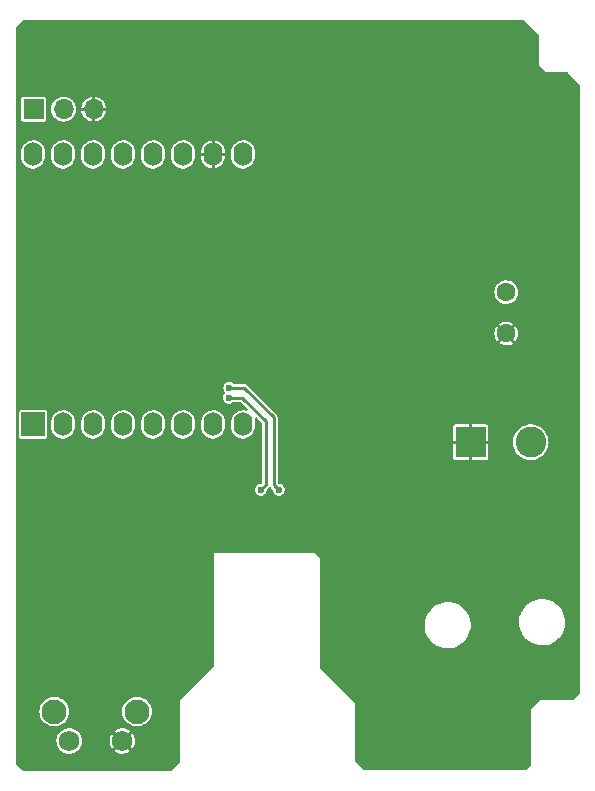
<source format=gbr>
%TF.GenerationSoftware,KiCad,Pcbnew,(6.0.7)*%
%TF.CreationDate,2022-10-17T23:11:19+02:00*%
%TF.ProjectId,Wifi_homesensor,57696669-5f68-46f6-9d65-73656e736f72,rev?*%
%TF.SameCoordinates,Original*%
%TF.FileFunction,Copper,L2,Bot*%
%TF.FilePolarity,Positive*%
%FSLAX46Y46*%
G04 Gerber Fmt 4.6, Leading zero omitted, Abs format (unit mm)*
G04 Created by KiCad (PCBNEW (6.0.7)) date 2022-10-17 23:11:19*
%MOMM*%
%LPD*%
G01*
G04 APERTURE LIST*
%TA.AperFunction,ComponentPad*%
%ADD10R,2.000000X2.000000*%
%TD*%
%TA.AperFunction,ComponentPad*%
%ADD11O,1.600000X2.000000*%
%TD*%
%TA.AperFunction,ComponentPad*%
%ADD12R,2.600000X2.600000*%
%TD*%
%TA.AperFunction,ComponentPad*%
%ADD13C,2.600000*%
%TD*%
%TA.AperFunction,ComponentPad*%
%ADD14C,2.100000*%
%TD*%
%TA.AperFunction,ComponentPad*%
%ADD15C,1.750000*%
%TD*%
%TA.AperFunction,ComponentPad*%
%ADD16R,1.700000X1.700000*%
%TD*%
%TA.AperFunction,ComponentPad*%
%ADD17O,1.700000X1.700000*%
%TD*%
%TA.AperFunction,ComponentPad*%
%ADD18C,1.600000*%
%TD*%
%TA.AperFunction,ViaPad*%
%ADD19C,0.600000*%
%TD*%
%TA.AperFunction,ViaPad*%
%ADD20C,1.000000*%
%TD*%
%TA.AperFunction,Conductor*%
%ADD21C,0.254000*%
%TD*%
G04 APERTURE END LIST*
D10*
%TO.P,U2,1,~{RST}*%
%TO.N,unconnected-(U2-Pad1)*%
X127076200Y-99845000D03*
D11*
%TO.P,U2,2,A0*%
%TO.N,unconnected-(U2-Pad2)*%
X129616200Y-99845000D03*
%TO.P,U2,3,D0*%
%TO.N,/CONFIG*%
X132156200Y-99845000D03*
%TO.P,U2,4,SCK/D5*%
%TO.N,unconnected-(U2-Pad4)*%
X134696200Y-99845000D03*
%TO.P,U2,5,MISO/D6*%
%TO.N,unconnected-(U2-Pad5)*%
X137236200Y-99845000D03*
%TO.P,U2,6,MOSI/D7*%
%TO.N,unconnected-(U2-Pad6)*%
X139776200Y-99845000D03*
%TO.P,U2,7,CS/D8*%
%TO.N,Net-(R5-Pad2)*%
X142316200Y-99845000D03*
%TO.P,U2,8,3V3*%
%TO.N,+3V3*%
X144856200Y-99845000D03*
%TO.P,U2,9,5V*%
%TO.N,unconnected-(U2-Pad9)*%
X144856200Y-76985000D03*
%TO.P,U2,10,GND*%
%TO.N,GND*%
X142316200Y-76985000D03*
%TO.P,U2,11,D4*%
%TO.N,unconnected-(U2-Pad11)*%
X139776200Y-76985000D03*
%TO.P,U2,12,D3*%
%TO.N,unconnected-(U2-Pad12)*%
X137236200Y-76985000D03*
%TO.P,U2,13,SDA/D2*%
%TO.N,/SDA*%
X134696200Y-76985000D03*
%TO.P,U2,14,SCL/D1*%
%TO.N,/SCL*%
X132156200Y-76985000D03*
%TO.P,U2,15,RX*%
%TO.N,/RX*%
X129616200Y-76985000D03*
%TO.P,U2,16,TX*%
%TO.N,/TX*%
X127076200Y-76985000D03*
%TD*%
D12*
%TO.P,J2,1,Pin_1*%
%TO.N,GND*%
X164129800Y-101346000D03*
D13*
%TO.P,J2,2,Pin_2*%
%TO.N,Net-(F1-Pad2)*%
X169209800Y-101346000D03*
%TD*%
D14*
%TO.P,SW1,*%
%TO.N,*%
X135880000Y-124154400D03*
X128870000Y-124154400D03*
D15*
%TO.P,SW1,1,1*%
%TO.N,GND*%
X134630000Y-126644400D03*
%TO.P,SW1,2,2*%
%TO.N,/CONFIG*%
X130130000Y-126644400D03*
%TD*%
D16*
%TO.P,J1,1,Pin_1*%
%TO.N,/TX*%
X127127000Y-73152000D03*
D17*
%TO.P,J1,2,Pin_2*%
%TO.N,/RX*%
X129667000Y-73152000D03*
%TO.P,J1,3,Pin_3*%
%TO.N,GND*%
X132207000Y-73152000D03*
%TD*%
D18*
%TO.P,C8,1*%
%TO.N,+12V*%
X167132000Y-88646000D03*
%TO.P,C8,2*%
%TO.N,GND*%
X167132000Y-92146000D03*
%TD*%
D19*
%TO.N,GND*%
X167513000Y-105029000D03*
X126365000Y-114935000D03*
X132715000Y-95885000D03*
X148844000Y-78232000D03*
X165608000Y-81915000D03*
X138303000Y-114300000D03*
X168529000Y-78613000D03*
X165735000Y-82931000D03*
X168148000Y-127889000D03*
X161290000Y-80010000D03*
X126365000Y-118364000D03*
X159639000Y-128270000D03*
X151130000Y-66167000D03*
X138176000Y-105410000D03*
X160274000Y-81280000D03*
X168148000Y-113284000D03*
X154686000Y-122936000D03*
X163703000Y-80137000D03*
X172593000Y-116586000D03*
X168402000Y-66548000D03*
X141859000Y-120015000D03*
X169037000Y-72644000D03*
X152898553Y-70101333D03*
X148082000Y-106299000D03*
X134620000Y-108458000D03*
X126238000Y-95758000D03*
X143637000Y-86487000D03*
X159766000Y-78994000D03*
X137795000Y-96266000D03*
X164573434Y-87864558D03*
X163703000Y-118999000D03*
X164338000Y-84201000D03*
X138531947Y-69844786D03*
X144780000Y-105181400D03*
X163693100Y-79248000D03*
X126238000Y-68199000D03*
X136144000Y-84582000D03*
X157480000Y-78994000D03*
X172593000Y-82931000D03*
X126619000Y-128524000D03*
X147193000Y-108712000D03*
X169291000Y-79629000D03*
X168275000Y-125222000D03*
X168656000Y-68453000D03*
X130556000Y-82042000D03*
X168529000Y-123063000D03*
X152400000Y-117221000D03*
X158970155Y-97252508D03*
X136398000Y-117856000D03*
X126238000Y-102108000D03*
X143256000Y-104013000D03*
X141605000Y-107061000D03*
X141859000Y-113538000D03*
X153162000Y-104648000D03*
X126365000Y-110998000D03*
X138379200Y-128447800D03*
X166116000Y-77089000D03*
X157861000Y-128270000D03*
X126238000Y-86487000D03*
X126365000Y-107696000D03*
X162941000Y-106807000D03*
X166116000Y-77978000D03*
X172720000Y-79375000D03*
X141859000Y-115443000D03*
X149978787Y-95370920D03*
X158623000Y-81280000D03*
X168275000Y-80899000D03*
X158496000Y-66167000D03*
X155829000Y-80137000D03*
X150495000Y-109855000D03*
X130027714Y-110342054D03*
X165608000Y-66167000D03*
X156591000Y-92837000D03*
X160782000Y-78994000D03*
X136779000Y-72771000D03*
X168529000Y-77089000D03*
X170307000Y-122301000D03*
X162433000Y-66040000D03*
X145161000Y-81915000D03*
X158877000Y-104902000D03*
X165227000Y-128270000D03*
X152400000Y-113538000D03*
X147320000Y-83947000D03*
X172593000Y-119380000D03*
X141097000Y-108712000D03*
X131445000Y-114427000D03*
X172593000Y-102362000D03*
X172593000Y-95377000D03*
X130683000Y-66167000D03*
X146685000Y-66167000D03*
X139748917Y-88737228D03*
X172593000Y-105791000D03*
X142875000Y-66167000D03*
X152654000Y-120523000D03*
X146290854Y-94466767D03*
X159005424Y-87370469D03*
X152527000Y-110744000D03*
X159131000Y-119380000D03*
X144780000Y-109855000D03*
X139065000Y-123190000D03*
X126873000Y-66167000D03*
X126238000Y-79121000D03*
X148964840Y-73350922D03*
X145031126Y-69844786D03*
X135636000Y-66040000D03*
X126365000Y-104648000D03*
X132207000Y-128524000D03*
X126238000Y-90043000D03*
X157226000Y-81407000D03*
X166751000Y-76530200D03*
X172593000Y-113157000D03*
X136017000Y-79756000D03*
X139700000Y-103759000D03*
X167386000Y-78740000D03*
X129286000Y-128524000D03*
X156083000Y-81153000D03*
X126365000Y-121666000D03*
X171323000Y-70739000D03*
X159131000Y-115443000D03*
X162560000Y-128270000D03*
X165481000Y-83820000D03*
X138938000Y-66167000D03*
X166116000Y-115189000D03*
X126238000Y-81915000D03*
X144646306Y-73393680D03*
X141859000Y-110998000D03*
X172593000Y-122174000D03*
X146177000Y-87122000D03*
X162687000Y-124206000D03*
X159258000Y-110236000D03*
X135001000Y-128524000D03*
X126238000Y-70358000D03*
X162179000Y-69342000D03*
X155067000Y-66167000D03*
X132207000Y-104648000D03*
X172593000Y-75057000D03*
X163576000Y-113411000D03*
X167767000Y-76581000D03*
X168529000Y-77851000D03*
X163449000Y-81407000D03*
X163068000Y-83312000D03*
X172720000Y-106807000D03*
X172593000Y-91059000D03*
X140335000Y-121539000D03*
X154686000Y-126746000D03*
X169037000Y-70612000D03*
X172593000Y-87249000D03*
X158623000Y-78994000D03*
X131191000Y-120015000D03*
X167640000Y-119888000D03*
X126365000Y-124333000D03*
X142748000Y-91948000D03*
X172593000Y-99187000D03*
X138557000Y-109728000D03*
X132842000Y-91313000D03*
X141859000Y-117856000D03*
X130556000Y-87249000D03*
X131049340Y-68989631D03*
X165227000Y-98298000D03*
X151499062Y-88529679D03*
D20*
X147878800Y-107492800D03*
D19*
X149352000Y-81661000D03*
X151765000Y-79629000D03*
X126365000Y-126746000D03*
%TO.N,/SCL*%
X146354800Y-105384600D03*
X143662400Y-97586800D03*
%TO.N,/SDA*%
X143699003Y-96737397D03*
X147878800Y-105384600D03*
%TD*%
D21*
%TO.N,/SCL*%
X146812000Y-104927400D02*
X146812000Y-99593400D01*
X146354800Y-105384600D02*
X146812000Y-104927400D01*
X146812000Y-99593400D02*
X144805400Y-97586800D01*
X144805400Y-97586800D02*
X143662400Y-97586800D01*
%TO.N,/SDA*%
X147878800Y-105384600D02*
X147447000Y-104952800D01*
X147447000Y-104952800D02*
X147447000Y-99237800D01*
X144946597Y-96737397D02*
X143699003Y-96737397D01*
X147447000Y-99237800D02*
X144946597Y-96737397D01*
%TD*%
%TA.AperFunction,Conductor*%
%TO.N,GND*%
G36*
X168646531Y-65602802D02*
G01*
X168667505Y-65619705D01*
X169838295Y-66790495D01*
X169872321Y-66852807D01*
X169875200Y-66879590D01*
X169875200Y-69443600D01*
X170459400Y-70027800D01*
X172286810Y-70027800D01*
X172354931Y-70047802D01*
X172375905Y-70064705D01*
X173318095Y-71006895D01*
X173352121Y-71069207D01*
X173355000Y-71095990D01*
X173355000Y-122604410D01*
X173334998Y-122672531D01*
X173318095Y-122693505D01*
X172833105Y-123178495D01*
X172770793Y-123212521D01*
X172744010Y-123215400D01*
X170027600Y-123215400D01*
X169240200Y-124002800D01*
X169240200Y-128598810D01*
X169220198Y-128666931D01*
X169203295Y-128687905D01*
X168819905Y-129071295D01*
X168757593Y-129105321D01*
X168730810Y-129108200D01*
X155093790Y-129108200D01*
X155025669Y-129088198D01*
X155004695Y-129071295D01*
X154392705Y-128459305D01*
X154358679Y-128396993D01*
X154355800Y-128370210D01*
X154355800Y-123469400D01*
X151447193Y-120636016D01*
X151412356Y-120574156D01*
X151409117Y-120546438D01*
X151398982Y-118656233D01*
X151388914Y-116778577D01*
X160224483Y-116778577D01*
X160224658Y-116783029D01*
X160226896Y-116840000D01*
X160232324Y-116978139D01*
X160235327Y-117054583D01*
X160284953Y-117326309D01*
X160372370Y-117588331D01*
X160374363Y-117592319D01*
X160457550Y-117758802D01*
X160495834Y-117835421D01*
X160652882Y-118062651D01*
X160655904Y-118065920D01*
X160798903Y-118220615D01*
X160840380Y-118265485D01*
X160843834Y-118268297D01*
X161051131Y-118437063D01*
X161051135Y-118437066D01*
X161054588Y-118439877D01*
X161058410Y-118442178D01*
X161221761Y-118540523D01*
X161291230Y-118582347D01*
X161389747Y-118624064D01*
X161541482Y-118688316D01*
X161541487Y-118688318D01*
X161545585Y-118690053D01*
X161549882Y-118691192D01*
X161549887Y-118691194D01*
X161679082Y-118725449D01*
X161812579Y-118760845D01*
X162086884Y-118793311D01*
X162363027Y-118786804D01*
X162448587Y-118772563D01*
X162631108Y-118742183D01*
X162631112Y-118742182D01*
X162635498Y-118741452D01*
X162639739Y-118740111D01*
X162639742Y-118740110D01*
X162894615Y-118659504D01*
X162894617Y-118659503D01*
X162898861Y-118658161D01*
X162902872Y-118656235D01*
X162902877Y-118656233D01*
X163143842Y-118540523D01*
X163143843Y-118540522D01*
X163147861Y-118538593D01*
X163156525Y-118532804D01*
X163373821Y-118387612D01*
X163373825Y-118387609D01*
X163377529Y-118385134D01*
X163583283Y-118200845D01*
X163761018Y-117989403D01*
X163907188Y-117755028D01*
X163909070Y-117750773D01*
X164017077Y-117506463D01*
X164018875Y-117502396D01*
X164093853Y-117236547D01*
X164117705Y-117058962D01*
X164130196Y-116965968D01*
X164130197Y-116965961D01*
X164130623Y-116962786D01*
X164134482Y-116840000D01*
X164114973Y-116564470D01*
X164106385Y-116524577D01*
X168225483Y-116524577D01*
X168227896Y-116586000D01*
X168236327Y-116800583D01*
X168285953Y-117072309D01*
X168373370Y-117334331D01*
X168375363Y-117338319D01*
X168459380Y-117506463D01*
X168496834Y-117581421D01*
X168653882Y-117808651D01*
X168656904Y-117811920D01*
X168820968Y-117989403D01*
X168841380Y-118011485D01*
X168844834Y-118014297D01*
X169052131Y-118183063D01*
X169052135Y-118183066D01*
X169055588Y-118185877D01*
X169059410Y-118188178D01*
X169222761Y-118286523D01*
X169292230Y-118328347D01*
X169390747Y-118370064D01*
X169542482Y-118434316D01*
X169542487Y-118434318D01*
X169546585Y-118436053D01*
X169550882Y-118437192D01*
X169550887Y-118437194D01*
X169680082Y-118471449D01*
X169813579Y-118506845D01*
X170087884Y-118539311D01*
X170364027Y-118532804D01*
X170449587Y-118518563D01*
X170632108Y-118488183D01*
X170632112Y-118488182D01*
X170636498Y-118487452D01*
X170640739Y-118486111D01*
X170640742Y-118486110D01*
X170895615Y-118405504D01*
X170895617Y-118405503D01*
X170899861Y-118404161D01*
X170903872Y-118402235D01*
X170903877Y-118402233D01*
X171144842Y-118286523D01*
X171144843Y-118286522D01*
X171148861Y-118284593D01*
X171173250Y-118268297D01*
X171374821Y-118133612D01*
X171374825Y-118133609D01*
X171378529Y-118131134D01*
X171584283Y-117946845D01*
X171762018Y-117735403D01*
X171908188Y-117501028D01*
X171910070Y-117496773D01*
X172018077Y-117252463D01*
X172019875Y-117248396D01*
X172094853Y-116982547D01*
X172118705Y-116804962D01*
X172131196Y-116711968D01*
X172131197Y-116711961D01*
X172131623Y-116708786D01*
X172131724Y-116705575D01*
X172135381Y-116589222D01*
X172135381Y-116589217D01*
X172135482Y-116586000D01*
X172115973Y-116310470D01*
X172113458Y-116298785D01*
X172058773Y-116044785D01*
X172058773Y-116044783D01*
X172057837Y-116040438D01*
X171962233Y-115781291D01*
X171831068Y-115538200D01*
X171666960Y-115316016D01*
X171660622Y-115309577D01*
X171476314Y-115122352D01*
X171473183Y-115119171D01*
X171253604Y-114951594D01*
X171199448Y-114921265D01*
X171016490Y-114818803D01*
X171016487Y-114818802D01*
X171012604Y-114816627D01*
X171008459Y-114815023D01*
X171008456Y-114815022D01*
X170759134Y-114718567D01*
X170754991Y-114716964D01*
X170750666Y-114715961D01*
X170750661Y-114715960D01*
X170602567Y-114681634D01*
X170485905Y-114654593D01*
X170210715Y-114630759D01*
X170206280Y-114631003D01*
X170206276Y-114631003D01*
X169939356Y-114645693D01*
X169939349Y-114645694D01*
X169934913Y-114645938D01*
X169747848Y-114683147D01*
X169668364Y-114698957D01*
X169668362Y-114698958D01*
X169664001Y-114699825D01*
X169403384Y-114791347D01*
X169158263Y-114918678D01*
X169154648Y-114921261D01*
X169154642Y-114921265D01*
X168937150Y-115076687D01*
X168937146Y-115076690D01*
X168933529Y-115079275D01*
X168733665Y-115269936D01*
X168730909Y-115273431D01*
X168730908Y-115273433D01*
X168683733Y-115333275D01*
X168562659Y-115486856D01*
X168516204Y-115566834D01*
X168426161Y-115721853D01*
X168426158Y-115721859D01*
X168423923Y-115725707D01*
X168360398Y-115882542D01*
X168322604Y-115975853D01*
X168320226Y-115981723D01*
X168319155Y-115986036D01*
X168319153Y-115986041D01*
X168256059Y-116240041D01*
X168253636Y-116249796D01*
X168253182Y-116254224D01*
X168253182Y-116254226D01*
X168246963Y-116314922D01*
X168225483Y-116524577D01*
X164106385Y-116524577D01*
X164057773Y-116298785D01*
X164057773Y-116298783D01*
X164056837Y-116294438D01*
X163961233Y-116035291D01*
X163830068Y-115792200D01*
X163665960Y-115570016D01*
X163472183Y-115373171D01*
X163252604Y-115205594D01*
X163198448Y-115175265D01*
X163015490Y-115072803D01*
X163015487Y-115072802D01*
X163011604Y-115070627D01*
X163007459Y-115069023D01*
X163007456Y-115069022D01*
X162758134Y-114972567D01*
X162753991Y-114970964D01*
X162749666Y-114969961D01*
X162749661Y-114969960D01*
X162601567Y-114935634D01*
X162484905Y-114908593D01*
X162209715Y-114884759D01*
X162205280Y-114885003D01*
X162205276Y-114885003D01*
X161938356Y-114899693D01*
X161938349Y-114899694D01*
X161933913Y-114899938D01*
X161746848Y-114937147D01*
X161667364Y-114952957D01*
X161667362Y-114952958D01*
X161663001Y-114953825D01*
X161402384Y-115045347D01*
X161157263Y-115172678D01*
X161153648Y-115175261D01*
X161153642Y-115175265D01*
X160936150Y-115330687D01*
X160936146Y-115330690D01*
X160932529Y-115333275D01*
X160929309Y-115336347D01*
X160775199Y-115483361D01*
X160732665Y-115523936D01*
X160729909Y-115527431D01*
X160729908Y-115527433D01*
X160570343Y-115729841D01*
X160561659Y-115740856D01*
X160496294Y-115853391D01*
X160425161Y-115975853D01*
X160425158Y-115975859D01*
X160422923Y-115979707D01*
X160319226Y-116235723D01*
X160318155Y-116240036D01*
X160318153Y-116240041D01*
X160253709Y-116499475D01*
X160252636Y-116503796D01*
X160252182Y-116508224D01*
X160252182Y-116508226D01*
X160224937Y-116774145D01*
X160224483Y-116778577D01*
X151388914Y-116778577D01*
X151358600Y-111125000D01*
X150926800Y-110693200D01*
X142392400Y-110693200D01*
X142392400Y-120267610D01*
X142372398Y-120335731D01*
X142355495Y-120356705D01*
X139522200Y-123190000D01*
X139522200Y-128370210D01*
X139502198Y-128438331D01*
X139485295Y-128459305D01*
X138822505Y-129122095D01*
X138760193Y-129156121D01*
X138733410Y-129159000D01*
X126266304Y-129159000D01*
X126198183Y-129138998D01*
X126175409Y-129120259D01*
X125724920Y-128651000D01*
X125638105Y-128560567D01*
X125605359Y-128497575D01*
X125603000Y-128473309D01*
X125603000Y-126616126D01*
X129050262Y-126616126D01*
X129063190Y-126813366D01*
X129111845Y-127004947D01*
X129194599Y-127184454D01*
X129308679Y-127345874D01*
X129312813Y-127349901D01*
X129444946Y-127478619D01*
X129450266Y-127483802D01*
X129614617Y-127593617D01*
X129619919Y-127595895D01*
X129619921Y-127595896D01*
X129706250Y-127632986D01*
X129796228Y-127671644D01*
X129867698Y-127687816D01*
X129983381Y-127713993D01*
X129983387Y-127713994D01*
X129989018Y-127715268D01*
X129994789Y-127715495D01*
X129994791Y-127715495D01*
X130055384Y-127717875D01*
X130186528Y-127723028D01*
X130284337Y-127708846D01*
X130376432Y-127695494D01*
X130376437Y-127695493D01*
X130382146Y-127694665D01*
X130387610Y-127692810D01*
X130387615Y-127692809D01*
X130563848Y-127632986D01*
X130563853Y-127632984D01*
X130569320Y-127631128D01*
X130575177Y-127627848D01*
X130736742Y-127537367D01*
X130736746Y-127537364D01*
X130741780Y-127534545D01*
X130746217Y-127530854D01*
X130746221Y-127530852D01*
X130795388Y-127489960D01*
X133969194Y-127489960D01*
X133979077Y-127502450D01*
X134110053Y-127589965D01*
X134120161Y-127595454D01*
X134291077Y-127668885D01*
X134302020Y-127672440D01*
X134483448Y-127713494D01*
X134494855Y-127714996D01*
X134680733Y-127722298D01*
X134692217Y-127721696D01*
X134876315Y-127695004D01*
X134887498Y-127692319D01*
X135063647Y-127632524D01*
X135074150Y-127627848D01*
X135236450Y-127536956D01*
X135245944Y-127530431D01*
X135281413Y-127500931D01*
X135289865Y-127488346D01*
X135283693Y-127477699D01*
X134642811Y-126836816D01*
X134628868Y-126829203D01*
X134627034Y-126829334D01*
X134620420Y-126833585D01*
X133975387Y-127478619D01*
X133969194Y-127489960D01*
X130795388Y-127489960D01*
X130889314Y-127411843D01*
X130893752Y-127408152D01*
X130949469Y-127341159D01*
X131016452Y-127260621D01*
X131016454Y-127260617D01*
X131020145Y-127256180D01*
X131022964Y-127251146D01*
X131022967Y-127251142D01*
X131113905Y-127088761D01*
X131113905Y-127088760D01*
X131116728Y-127083720D01*
X131118584Y-127078253D01*
X131118586Y-127078248D01*
X131178409Y-126902015D01*
X131178410Y-126902010D01*
X131180265Y-126896546D01*
X131181093Y-126890837D01*
X131181094Y-126890832D01*
X131208095Y-126704602D01*
X131208628Y-126700928D01*
X131210108Y-126644400D01*
X131209769Y-126640705D01*
X131208041Y-126621905D01*
X133551143Y-126621905D01*
X133563309Y-126807519D01*
X133565110Y-126818889D01*
X133610898Y-126999180D01*
X133614739Y-127010026D01*
X133692616Y-127178956D01*
X133698367Y-127188917D01*
X133773840Y-127295708D01*
X133784427Y-127304095D01*
X133797727Y-127297067D01*
X134437584Y-126657211D01*
X134443961Y-126645532D01*
X134814803Y-126645532D01*
X134814934Y-126647366D01*
X134819185Y-126653980D01*
X135462139Y-127296933D01*
X135475442Y-127304197D01*
X135485481Y-127297075D01*
X135516031Y-127260344D01*
X135522556Y-127250850D01*
X135613448Y-127088550D01*
X135618124Y-127078047D01*
X135677919Y-126901898D01*
X135680604Y-126890715D01*
X135707592Y-126704576D01*
X135708222Y-126697193D01*
X135709508Y-126648104D01*
X135709265Y-126640705D01*
X135692056Y-126453412D01*
X135689959Y-126442097D01*
X135639466Y-126263063D01*
X135635344Y-126252324D01*
X135553070Y-126085489D01*
X135547060Y-126075681D01*
X135485764Y-125993596D01*
X135474506Y-125985147D01*
X135462088Y-125991918D01*
X134822416Y-126631589D01*
X134814803Y-126645532D01*
X134443961Y-126645532D01*
X134445197Y-126643268D01*
X134445066Y-126641434D01*
X134440815Y-126634820D01*
X133798134Y-125992140D01*
X133785299Y-125985131D01*
X133774607Y-125992929D01*
X133728147Y-126051863D01*
X133721874Y-126061524D01*
X133635267Y-126226136D01*
X133630862Y-126236771D01*
X133575700Y-126414420D01*
X133573308Y-126425674D01*
X133551444Y-126610404D01*
X133551143Y-126621905D01*
X131208041Y-126621905D01*
X131192550Y-126453323D01*
X131192021Y-126447566D01*
X131138368Y-126257324D01*
X131128233Y-126236771D01*
X131053497Y-126085224D01*
X131050943Y-126080045D01*
X130932677Y-125921667D01*
X130801005Y-125799951D01*
X133969088Y-125799951D01*
X133974921Y-125809715D01*
X134617189Y-126451984D01*
X134631132Y-126459597D01*
X134632966Y-126459466D01*
X134639580Y-126455215D01*
X135284641Y-125810153D01*
X135292252Y-125796215D01*
X135292215Y-125795698D01*
X135287641Y-125788880D01*
X135282331Y-125784806D01*
X135125013Y-125685546D01*
X135114769Y-125680326D01*
X134941992Y-125611395D01*
X134930954Y-125608125D01*
X134748516Y-125571836D01*
X134737070Y-125570633D01*
X134551077Y-125568199D01*
X134539597Y-125569102D01*
X134356268Y-125600604D01*
X134345160Y-125603581D01*
X134170637Y-125667965D01*
X134160255Y-125672917D01*
X134000389Y-125768027D01*
X133991080Y-125774791D01*
X133977486Y-125786712D01*
X133969088Y-125799951D01*
X130801005Y-125799951D01*
X130791769Y-125791413D01*
X130791767Y-125791411D01*
X130787528Y-125787493D01*
X130620359Y-125682017D01*
X130614999Y-125679879D01*
X130614996Y-125679877D01*
X130528563Y-125645394D01*
X130436767Y-125608771D01*
X130431107Y-125607645D01*
X130431103Y-125607644D01*
X130248569Y-125571336D01*
X130248567Y-125571336D01*
X130242902Y-125570209D01*
X130237127Y-125570133D01*
X130237123Y-125570133D01*
X130138687Y-125568845D01*
X130045256Y-125567622D01*
X130039559Y-125568601D01*
X130039558Y-125568601D01*
X129886308Y-125594934D01*
X129850447Y-125601096D01*
X129665002Y-125669510D01*
X129660041Y-125672462D01*
X129660040Y-125672462D01*
X129500096Y-125767618D01*
X129500093Y-125767620D01*
X129495128Y-125770574D01*
X129490788Y-125774380D01*
X129490784Y-125774383D01*
X129465890Y-125796215D01*
X129346517Y-125900903D01*
X129342942Y-125905438D01*
X129342941Y-125905439D01*
X129273444Y-125993596D01*
X129224145Y-126056131D01*
X129221454Y-126061247D01*
X129221452Y-126061249D01*
X129214863Y-126073773D01*
X129132110Y-126231061D01*
X129073495Y-126419833D01*
X129050262Y-126616126D01*
X125603000Y-126616126D01*
X125603000Y-124154400D01*
X127614723Y-124154400D01*
X127633793Y-124372377D01*
X127690425Y-124583730D01*
X127692747Y-124588710D01*
X127692748Y-124588712D01*
X127776848Y-124769063D01*
X127782898Y-124782038D01*
X127908402Y-124961277D01*
X128063123Y-125115998D01*
X128067631Y-125119155D01*
X128067634Y-125119157D01*
X128237852Y-125238345D01*
X128242361Y-125241502D01*
X128247343Y-125243825D01*
X128247348Y-125243828D01*
X128435688Y-125331652D01*
X128440670Y-125333975D01*
X128445978Y-125335397D01*
X128445980Y-125335398D01*
X128511745Y-125353020D01*
X128652023Y-125390607D01*
X128870000Y-125409677D01*
X129087977Y-125390607D01*
X129228255Y-125353020D01*
X129294020Y-125335398D01*
X129294022Y-125335397D01*
X129299330Y-125333975D01*
X129304312Y-125331652D01*
X129492652Y-125243828D01*
X129492657Y-125243825D01*
X129497639Y-125241502D01*
X129502148Y-125238345D01*
X129672366Y-125119157D01*
X129672369Y-125119155D01*
X129676877Y-125115998D01*
X129831598Y-124961277D01*
X129957102Y-124782038D01*
X129963153Y-124769063D01*
X130047252Y-124588712D01*
X130047253Y-124588710D01*
X130049575Y-124583730D01*
X130106207Y-124372377D01*
X130125277Y-124154400D01*
X134624723Y-124154400D01*
X134643793Y-124372377D01*
X134700425Y-124583730D01*
X134702747Y-124588710D01*
X134702748Y-124588712D01*
X134786848Y-124769063D01*
X134792898Y-124782038D01*
X134918402Y-124961277D01*
X135073123Y-125115998D01*
X135077631Y-125119155D01*
X135077634Y-125119157D01*
X135247852Y-125238345D01*
X135252361Y-125241502D01*
X135257343Y-125243825D01*
X135257348Y-125243828D01*
X135445688Y-125331652D01*
X135450670Y-125333975D01*
X135455978Y-125335397D01*
X135455980Y-125335398D01*
X135521745Y-125353020D01*
X135662023Y-125390607D01*
X135880000Y-125409677D01*
X136097977Y-125390607D01*
X136238255Y-125353020D01*
X136304020Y-125335398D01*
X136304022Y-125335397D01*
X136309330Y-125333975D01*
X136314312Y-125331652D01*
X136502652Y-125243828D01*
X136502657Y-125243825D01*
X136507639Y-125241502D01*
X136512148Y-125238345D01*
X136682366Y-125119157D01*
X136682369Y-125119155D01*
X136686877Y-125115998D01*
X136841598Y-124961277D01*
X136967102Y-124782038D01*
X136973153Y-124769063D01*
X137057252Y-124588712D01*
X137057253Y-124588710D01*
X137059575Y-124583730D01*
X137116207Y-124372377D01*
X137135277Y-124154400D01*
X137116207Y-123936423D01*
X137059575Y-123725070D01*
X137055650Y-123716653D01*
X136969425Y-123531743D01*
X136969423Y-123531740D01*
X136967102Y-123526762D01*
X136841598Y-123347523D01*
X136686877Y-123192802D01*
X136682369Y-123189645D01*
X136682366Y-123189643D01*
X136512148Y-123070455D01*
X136512145Y-123070453D01*
X136507639Y-123067298D01*
X136502657Y-123064975D01*
X136502652Y-123064972D01*
X136314312Y-122977148D01*
X136314311Y-122977147D01*
X136309330Y-122974825D01*
X136304022Y-122973403D01*
X136304020Y-122973402D01*
X136238255Y-122955780D01*
X136097977Y-122918193D01*
X135880000Y-122899123D01*
X135662023Y-122918193D01*
X135521745Y-122955780D01*
X135455980Y-122973402D01*
X135455978Y-122973403D01*
X135450670Y-122974825D01*
X135445690Y-122977147D01*
X135445688Y-122977148D01*
X135257343Y-123064975D01*
X135257340Y-123064977D01*
X135252362Y-123067298D01*
X135073123Y-123192802D01*
X134918402Y-123347523D01*
X134792898Y-123526762D01*
X134790577Y-123531740D01*
X134790575Y-123531743D01*
X134704350Y-123716653D01*
X134700425Y-123725070D01*
X134643793Y-123936423D01*
X134624723Y-124154400D01*
X130125277Y-124154400D01*
X130106207Y-123936423D01*
X130049575Y-123725070D01*
X130045650Y-123716653D01*
X129959425Y-123531743D01*
X129959423Y-123531740D01*
X129957102Y-123526762D01*
X129831598Y-123347523D01*
X129676877Y-123192802D01*
X129672369Y-123189645D01*
X129672366Y-123189643D01*
X129502148Y-123070455D01*
X129502145Y-123070453D01*
X129497639Y-123067298D01*
X129492657Y-123064975D01*
X129492652Y-123064972D01*
X129304312Y-122977148D01*
X129304311Y-122977147D01*
X129299330Y-122974825D01*
X129294022Y-122973403D01*
X129294020Y-122973402D01*
X129228255Y-122955780D01*
X129087977Y-122918193D01*
X128870000Y-122899123D01*
X128652023Y-122918193D01*
X128511745Y-122955780D01*
X128445980Y-122973402D01*
X128445978Y-122973403D01*
X128440670Y-122974825D01*
X128435690Y-122977147D01*
X128435688Y-122977148D01*
X128247343Y-123064975D01*
X128247340Y-123064977D01*
X128242362Y-123067298D01*
X128063123Y-123192802D01*
X127908402Y-123347523D01*
X127782898Y-123526762D01*
X127780577Y-123531740D01*
X127780575Y-123531743D01*
X127694350Y-123716653D01*
X127690425Y-123725070D01*
X127633793Y-123936423D01*
X127614723Y-124154400D01*
X125603000Y-124154400D01*
X125603000Y-100864748D01*
X125875700Y-100864748D01*
X125887333Y-100923231D01*
X125931648Y-100989552D01*
X125997969Y-101033867D01*
X126010138Y-101036288D01*
X126010139Y-101036288D01*
X126050384Y-101044293D01*
X126056452Y-101045500D01*
X128095948Y-101045500D01*
X128102016Y-101044293D01*
X128142261Y-101036288D01*
X128142262Y-101036288D01*
X128154431Y-101033867D01*
X128220752Y-100989552D01*
X128265067Y-100923231D01*
X128276700Y-100864748D01*
X128276700Y-100095800D01*
X128615700Y-100095800D01*
X128616023Y-100098979D01*
X128628704Y-100223821D01*
X128631080Y-100247216D01*
X128691862Y-100441172D01*
X128790403Y-100618944D01*
X128922677Y-100773271D01*
X129083281Y-100897848D01*
X129265655Y-100987587D01*
X129271833Y-100989196D01*
X129271835Y-100989197D01*
X129456166Y-101037212D01*
X129456169Y-101037212D01*
X129462348Y-101038822D01*
X129543528Y-101043076D01*
X129658944Y-101049125D01*
X129658948Y-101049125D01*
X129665326Y-101049459D01*
X129866297Y-101019065D01*
X130057052Y-100948881D01*
X130062473Y-100945520D01*
X130224376Y-100845137D01*
X130224380Y-100845134D01*
X130229799Y-100841774D01*
X130377480Y-100702119D01*
X130494063Y-100535621D01*
X130574786Y-100349081D01*
X130616351Y-100150120D01*
X130616700Y-100143461D01*
X130616700Y-100095800D01*
X131155700Y-100095800D01*
X131156023Y-100098979D01*
X131168704Y-100223821D01*
X131171080Y-100247216D01*
X131231862Y-100441172D01*
X131330403Y-100618944D01*
X131462677Y-100773271D01*
X131623281Y-100897848D01*
X131805655Y-100987587D01*
X131811833Y-100989196D01*
X131811835Y-100989197D01*
X131996166Y-101037212D01*
X131996169Y-101037212D01*
X132002348Y-101038822D01*
X132083528Y-101043076D01*
X132198944Y-101049125D01*
X132198948Y-101049125D01*
X132205326Y-101049459D01*
X132406297Y-101019065D01*
X132597052Y-100948881D01*
X132602473Y-100945520D01*
X132764376Y-100845137D01*
X132764380Y-100845134D01*
X132769799Y-100841774D01*
X132917480Y-100702119D01*
X133034063Y-100535621D01*
X133114786Y-100349081D01*
X133156351Y-100150120D01*
X133156700Y-100143461D01*
X133156700Y-100095800D01*
X133695700Y-100095800D01*
X133696023Y-100098979D01*
X133708704Y-100223821D01*
X133711080Y-100247216D01*
X133771862Y-100441172D01*
X133870403Y-100618944D01*
X134002677Y-100773271D01*
X134163281Y-100897848D01*
X134345655Y-100987587D01*
X134351833Y-100989196D01*
X134351835Y-100989197D01*
X134536166Y-101037212D01*
X134536169Y-101037212D01*
X134542348Y-101038822D01*
X134623528Y-101043076D01*
X134738944Y-101049125D01*
X134738948Y-101049125D01*
X134745326Y-101049459D01*
X134946297Y-101019065D01*
X135137052Y-100948881D01*
X135142473Y-100945520D01*
X135304376Y-100845137D01*
X135304380Y-100845134D01*
X135309799Y-100841774D01*
X135457480Y-100702119D01*
X135574063Y-100535621D01*
X135654786Y-100349081D01*
X135696351Y-100150120D01*
X135696700Y-100143461D01*
X135696700Y-100095800D01*
X136235700Y-100095800D01*
X136236023Y-100098979D01*
X136248704Y-100223821D01*
X136251080Y-100247216D01*
X136311862Y-100441172D01*
X136410403Y-100618944D01*
X136542677Y-100773271D01*
X136703281Y-100897848D01*
X136885655Y-100987587D01*
X136891833Y-100989196D01*
X136891835Y-100989197D01*
X137076166Y-101037212D01*
X137076169Y-101037212D01*
X137082348Y-101038822D01*
X137163528Y-101043076D01*
X137278944Y-101049125D01*
X137278948Y-101049125D01*
X137285326Y-101049459D01*
X137486297Y-101019065D01*
X137677052Y-100948881D01*
X137682473Y-100945520D01*
X137844376Y-100845137D01*
X137844380Y-100845134D01*
X137849799Y-100841774D01*
X137997480Y-100702119D01*
X138114063Y-100535621D01*
X138194786Y-100349081D01*
X138236351Y-100150120D01*
X138236700Y-100143461D01*
X138236700Y-100095800D01*
X138775700Y-100095800D01*
X138776023Y-100098979D01*
X138788704Y-100223821D01*
X138791080Y-100247216D01*
X138851862Y-100441172D01*
X138950403Y-100618944D01*
X139082677Y-100773271D01*
X139243281Y-100897848D01*
X139425655Y-100987587D01*
X139431833Y-100989196D01*
X139431835Y-100989197D01*
X139616166Y-101037212D01*
X139616169Y-101037212D01*
X139622348Y-101038822D01*
X139703528Y-101043076D01*
X139818944Y-101049125D01*
X139818948Y-101049125D01*
X139825326Y-101049459D01*
X140026297Y-101019065D01*
X140217052Y-100948881D01*
X140222473Y-100945520D01*
X140384376Y-100845137D01*
X140384380Y-100845134D01*
X140389799Y-100841774D01*
X140537480Y-100702119D01*
X140654063Y-100535621D01*
X140734786Y-100349081D01*
X140776351Y-100150120D01*
X140776700Y-100143461D01*
X140776700Y-100095800D01*
X141315700Y-100095800D01*
X141316023Y-100098979D01*
X141328704Y-100223821D01*
X141331080Y-100247216D01*
X141391862Y-100441172D01*
X141490403Y-100618944D01*
X141622677Y-100773271D01*
X141783281Y-100897848D01*
X141965655Y-100987587D01*
X141971833Y-100989196D01*
X141971835Y-100989197D01*
X142156166Y-101037212D01*
X142156169Y-101037212D01*
X142162348Y-101038822D01*
X142243528Y-101043076D01*
X142358944Y-101049125D01*
X142358948Y-101049125D01*
X142365326Y-101049459D01*
X142566297Y-101019065D01*
X142757052Y-100948881D01*
X142762473Y-100945520D01*
X142924376Y-100845137D01*
X142924380Y-100845134D01*
X142929799Y-100841774D01*
X143077480Y-100702119D01*
X143194063Y-100535621D01*
X143274786Y-100349081D01*
X143316351Y-100150120D01*
X143316700Y-100143461D01*
X143316700Y-99594200D01*
X143301320Y-99442784D01*
X143240538Y-99248828D01*
X143141997Y-99071056D01*
X143009723Y-98916729D01*
X142849119Y-98792152D01*
X142666745Y-98702413D01*
X142660567Y-98700804D01*
X142660565Y-98700803D01*
X142476234Y-98652788D01*
X142476231Y-98652788D01*
X142470052Y-98651178D01*
X142388872Y-98646924D01*
X142273456Y-98640875D01*
X142273452Y-98640875D01*
X142267074Y-98640541D01*
X142066103Y-98670935D01*
X142060108Y-98673141D01*
X142060107Y-98673141D01*
X142032881Y-98683158D01*
X141875348Y-98741119D01*
X141869928Y-98744479D01*
X141869927Y-98744480D01*
X141708024Y-98844863D01*
X141708020Y-98844866D01*
X141702601Y-98848226D01*
X141554920Y-98987881D01*
X141438337Y-99154379D01*
X141357614Y-99340919D01*
X141356308Y-99347171D01*
X141331277Y-99466989D01*
X141316049Y-99539880D01*
X141315700Y-99546539D01*
X141315700Y-100095800D01*
X140776700Y-100095800D01*
X140776700Y-99594200D01*
X140761320Y-99442784D01*
X140700538Y-99248828D01*
X140601997Y-99071056D01*
X140469723Y-98916729D01*
X140309119Y-98792152D01*
X140126745Y-98702413D01*
X140120567Y-98700804D01*
X140120565Y-98700803D01*
X139936234Y-98652788D01*
X139936231Y-98652788D01*
X139930052Y-98651178D01*
X139848872Y-98646924D01*
X139733456Y-98640875D01*
X139733452Y-98640875D01*
X139727074Y-98640541D01*
X139526103Y-98670935D01*
X139520108Y-98673141D01*
X139520107Y-98673141D01*
X139492881Y-98683158D01*
X139335348Y-98741119D01*
X139329928Y-98744479D01*
X139329927Y-98744480D01*
X139168024Y-98844863D01*
X139168020Y-98844866D01*
X139162601Y-98848226D01*
X139014920Y-98987881D01*
X138898337Y-99154379D01*
X138817614Y-99340919D01*
X138816308Y-99347171D01*
X138791277Y-99466989D01*
X138776049Y-99539880D01*
X138775700Y-99546539D01*
X138775700Y-100095800D01*
X138236700Y-100095800D01*
X138236700Y-99594200D01*
X138221320Y-99442784D01*
X138160538Y-99248828D01*
X138061997Y-99071056D01*
X137929723Y-98916729D01*
X137769119Y-98792152D01*
X137586745Y-98702413D01*
X137580567Y-98700804D01*
X137580565Y-98700803D01*
X137396234Y-98652788D01*
X137396231Y-98652788D01*
X137390052Y-98651178D01*
X137308872Y-98646924D01*
X137193456Y-98640875D01*
X137193452Y-98640875D01*
X137187074Y-98640541D01*
X136986103Y-98670935D01*
X136980108Y-98673141D01*
X136980107Y-98673141D01*
X136952881Y-98683158D01*
X136795348Y-98741119D01*
X136789928Y-98744479D01*
X136789927Y-98744480D01*
X136628024Y-98844863D01*
X136628020Y-98844866D01*
X136622601Y-98848226D01*
X136474920Y-98987881D01*
X136358337Y-99154379D01*
X136277614Y-99340919D01*
X136276308Y-99347171D01*
X136251277Y-99466989D01*
X136236049Y-99539880D01*
X136235700Y-99546539D01*
X136235700Y-100095800D01*
X135696700Y-100095800D01*
X135696700Y-99594200D01*
X135681320Y-99442784D01*
X135620538Y-99248828D01*
X135521997Y-99071056D01*
X135389723Y-98916729D01*
X135229119Y-98792152D01*
X135046745Y-98702413D01*
X135040567Y-98700804D01*
X135040565Y-98700803D01*
X134856234Y-98652788D01*
X134856231Y-98652788D01*
X134850052Y-98651178D01*
X134768872Y-98646924D01*
X134653456Y-98640875D01*
X134653452Y-98640875D01*
X134647074Y-98640541D01*
X134446103Y-98670935D01*
X134440108Y-98673141D01*
X134440107Y-98673141D01*
X134412881Y-98683158D01*
X134255348Y-98741119D01*
X134249928Y-98744479D01*
X134249927Y-98744480D01*
X134088024Y-98844863D01*
X134088020Y-98844866D01*
X134082601Y-98848226D01*
X133934920Y-98987881D01*
X133818337Y-99154379D01*
X133737614Y-99340919D01*
X133736308Y-99347171D01*
X133711277Y-99466989D01*
X133696049Y-99539880D01*
X133695700Y-99546539D01*
X133695700Y-100095800D01*
X133156700Y-100095800D01*
X133156700Y-99594200D01*
X133141320Y-99442784D01*
X133080538Y-99248828D01*
X132981997Y-99071056D01*
X132849723Y-98916729D01*
X132689119Y-98792152D01*
X132506745Y-98702413D01*
X132500567Y-98700804D01*
X132500565Y-98700803D01*
X132316234Y-98652788D01*
X132316231Y-98652788D01*
X132310052Y-98651178D01*
X132228872Y-98646924D01*
X132113456Y-98640875D01*
X132113452Y-98640875D01*
X132107074Y-98640541D01*
X131906103Y-98670935D01*
X131900108Y-98673141D01*
X131900107Y-98673141D01*
X131872881Y-98683158D01*
X131715348Y-98741119D01*
X131709928Y-98744479D01*
X131709927Y-98744480D01*
X131548024Y-98844863D01*
X131548020Y-98844866D01*
X131542601Y-98848226D01*
X131394920Y-98987881D01*
X131278337Y-99154379D01*
X131197614Y-99340919D01*
X131196308Y-99347171D01*
X131171277Y-99466989D01*
X131156049Y-99539880D01*
X131155700Y-99546539D01*
X131155700Y-100095800D01*
X130616700Y-100095800D01*
X130616700Y-99594200D01*
X130601320Y-99442784D01*
X130540538Y-99248828D01*
X130441997Y-99071056D01*
X130309723Y-98916729D01*
X130149119Y-98792152D01*
X129966745Y-98702413D01*
X129960567Y-98700804D01*
X129960565Y-98700803D01*
X129776234Y-98652788D01*
X129776231Y-98652788D01*
X129770052Y-98651178D01*
X129688872Y-98646924D01*
X129573456Y-98640875D01*
X129573452Y-98640875D01*
X129567074Y-98640541D01*
X129366103Y-98670935D01*
X129360108Y-98673141D01*
X129360107Y-98673141D01*
X129332881Y-98683158D01*
X129175348Y-98741119D01*
X129169928Y-98744479D01*
X129169927Y-98744480D01*
X129008024Y-98844863D01*
X129008020Y-98844866D01*
X129002601Y-98848226D01*
X128854920Y-98987881D01*
X128738337Y-99154379D01*
X128657614Y-99340919D01*
X128656308Y-99347171D01*
X128631277Y-99466989D01*
X128616049Y-99539880D01*
X128615700Y-99546539D01*
X128615700Y-100095800D01*
X128276700Y-100095800D01*
X128276700Y-98825252D01*
X128265067Y-98766769D01*
X128220752Y-98700448D01*
X128154431Y-98656133D01*
X128142262Y-98653712D01*
X128142261Y-98653712D01*
X128102016Y-98645707D01*
X128095948Y-98644500D01*
X126056452Y-98644500D01*
X126050384Y-98645707D01*
X126010139Y-98653712D01*
X126010138Y-98653712D01*
X125997969Y-98656133D01*
X125931648Y-98700448D01*
X125887333Y-98766769D01*
X125875700Y-98825252D01*
X125875700Y-100864748D01*
X125603000Y-100864748D01*
X125603000Y-97580623D01*
X143156791Y-97580623D01*
X143175380Y-97722779D01*
X143233120Y-97854003D01*
X143238897Y-97860876D01*
X143238898Y-97860877D01*
X143318644Y-97955746D01*
X143325370Y-97963748D01*
X143444713Y-98043190D01*
X143581557Y-98085942D01*
X143590529Y-98086106D01*
X143590532Y-98086107D01*
X143655863Y-98087304D01*
X143724899Y-98088570D01*
X143733933Y-98086107D01*
X143854558Y-98053221D01*
X143854560Y-98053220D01*
X143863217Y-98050860D01*
X143985391Y-97975845D01*
X144003584Y-97955745D01*
X144064126Y-97918664D01*
X144097000Y-97914300D01*
X144617556Y-97914300D01*
X144685677Y-97934302D01*
X144706647Y-97951201D01*
X145218384Y-98462938D01*
X145252409Y-98525250D01*
X145247344Y-98596066D01*
X145204797Y-98652901D01*
X145138277Y-98677712D01*
X145097529Y-98673964D01*
X145010052Y-98651178D01*
X144928872Y-98646924D01*
X144813456Y-98640875D01*
X144813452Y-98640875D01*
X144807074Y-98640541D01*
X144606103Y-98670935D01*
X144600108Y-98673141D01*
X144600107Y-98673141D01*
X144572881Y-98683158D01*
X144415348Y-98741119D01*
X144409928Y-98744479D01*
X144409927Y-98744480D01*
X144248024Y-98844863D01*
X144248020Y-98844866D01*
X144242601Y-98848226D01*
X144094920Y-98987881D01*
X143978337Y-99154379D01*
X143897614Y-99340919D01*
X143896308Y-99347171D01*
X143871277Y-99466989D01*
X143856049Y-99539880D01*
X143855700Y-99546539D01*
X143855700Y-100095800D01*
X143856023Y-100098979D01*
X143868704Y-100223821D01*
X143871080Y-100247216D01*
X143931862Y-100441172D01*
X144030403Y-100618944D01*
X144162677Y-100773271D01*
X144323281Y-100897848D01*
X144505655Y-100987587D01*
X144511833Y-100989196D01*
X144511835Y-100989197D01*
X144696166Y-101037212D01*
X144696169Y-101037212D01*
X144702348Y-101038822D01*
X144783528Y-101043076D01*
X144898944Y-101049125D01*
X144898948Y-101049125D01*
X144905326Y-101049459D01*
X145106297Y-101019065D01*
X145297052Y-100948881D01*
X145302473Y-100945520D01*
X145464376Y-100845137D01*
X145464380Y-100845134D01*
X145469799Y-100841774D01*
X145617480Y-100702119D01*
X145734063Y-100535621D01*
X145814786Y-100349081D01*
X145856351Y-100150120D01*
X145856700Y-100143461D01*
X145856700Y-99594200D01*
X145841320Y-99442784D01*
X145831824Y-99412482D01*
X145830540Y-99341497D01*
X145867837Y-99281086D01*
X145931874Y-99250430D01*
X146002319Y-99259262D01*
X146041153Y-99285708D01*
X146447595Y-99692150D01*
X146481621Y-99754462D01*
X146484500Y-99781245D01*
X146484500Y-104739555D01*
X146464498Y-104807676D01*
X146447595Y-104828650D01*
X146429192Y-104847053D01*
X146366880Y-104881079D01*
X146339331Y-104883956D01*
X146286176Y-104883631D01*
X146148329Y-104923028D01*
X146027080Y-104999530D01*
X145932177Y-105106988D01*
X145871247Y-105236763D01*
X145869866Y-105245635D01*
X145850703Y-105368714D01*
X145849191Y-105378423D01*
X145850355Y-105387325D01*
X145850355Y-105387328D01*
X145851614Y-105396954D01*
X145867780Y-105520579D01*
X145925520Y-105651803D01*
X145931297Y-105658676D01*
X145931298Y-105658677D01*
X145938592Y-105667354D01*
X146017770Y-105761548D01*
X146137113Y-105840990D01*
X146273957Y-105883742D01*
X146282929Y-105883906D01*
X146282932Y-105883907D01*
X146348263Y-105885104D01*
X146417299Y-105886370D01*
X146426333Y-105883907D01*
X146546958Y-105851021D01*
X146546960Y-105851020D01*
X146555617Y-105848660D01*
X146677791Y-105773645D01*
X146774000Y-105667354D01*
X146836510Y-105538333D01*
X146860296Y-105396954D01*
X146860355Y-105392092D01*
X146860791Y-105387237D01*
X146862040Y-105387349D01*
X146881181Y-105324995D01*
X146897242Y-105305313D01*
X147025646Y-105176909D01*
X147087958Y-105142883D01*
X147158773Y-105147948D01*
X147195731Y-105169481D01*
X147221321Y-105190953D01*
X147229427Y-105198381D01*
X147337447Y-105306402D01*
X147371472Y-105368714D01*
X147373287Y-105379159D01*
X147375614Y-105396954D01*
X147391780Y-105520579D01*
X147449520Y-105651803D01*
X147455297Y-105658676D01*
X147455298Y-105658677D01*
X147462592Y-105667354D01*
X147541770Y-105761548D01*
X147661113Y-105840990D01*
X147797957Y-105883742D01*
X147806929Y-105883906D01*
X147806932Y-105883907D01*
X147872263Y-105885104D01*
X147941299Y-105886370D01*
X147950333Y-105883907D01*
X148070958Y-105851021D01*
X148070960Y-105851020D01*
X148079617Y-105848660D01*
X148201791Y-105773645D01*
X148298000Y-105667354D01*
X148360510Y-105538333D01*
X148384296Y-105396954D01*
X148384447Y-105384600D01*
X148364123Y-105242682D01*
X148304784Y-105112172D01*
X148243578Y-105041139D01*
X148217060Y-105010363D01*
X148217057Y-105010360D01*
X148211200Y-105003563D01*
X148090895Y-104925585D01*
X147953539Y-104884507D01*
X147944563Y-104884452D01*
X147944562Y-104884452D01*
X147899730Y-104884178D01*
X147831732Y-104863759D01*
X147785568Y-104809821D01*
X147774500Y-104758180D01*
X147774500Y-102659511D01*
X162629800Y-102659511D01*
X162631007Y-102671766D01*
X162638983Y-102711864D01*
X162648299Y-102734355D01*
X162678715Y-102779876D01*
X162695924Y-102797085D01*
X162741445Y-102827501D01*
X162763936Y-102836817D01*
X162804034Y-102844793D01*
X162816289Y-102846000D01*
X163984685Y-102846000D01*
X163999924Y-102841525D01*
X164001129Y-102840135D01*
X164002800Y-102832452D01*
X164002800Y-102827885D01*
X164256800Y-102827885D01*
X164261275Y-102843124D01*
X164262665Y-102844329D01*
X164270348Y-102846000D01*
X165443311Y-102846000D01*
X165455566Y-102844793D01*
X165495664Y-102836817D01*
X165518155Y-102827501D01*
X165563676Y-102797085D01*
X165580885Y-102779876D01*
X165611301Y-102734355D01*
X165620617Y-102711864D01*
X165628593Y-102671766D01*
X165629800Y-102659511D01*
X165629800Y-101491115D01*
X165625325Y-101475876D01*
X165623935Y-101474671D01*
X165616252Y-101473000D01*
X164274915Y-101473000D01*
X164259676Y-101477475D01*
X164258471Y-101478865D01*
X164256800Y-101486548D01*
X164256800Y-102827885D01*
X164002800Y-102827885D01*
X164002800Y-101491115D01*
X163998325Y-101475876D01*
X163996935Y-101474671D01*
X163989252Y-101473000D01*
X162647915Y-101473000D01*
X162632676Y-101477475D01*
X162631471Y-101478865D01*
X162629800Y-101486548D01*
X162629800Y-102659511D01*
X147774500Y-102659511D01*
X147774500Y-101309214D01*
X167704606Y-101309214D01*
X167718810Y-101555545D01*
X167719947Y-101560591D01*
X167719948Y-101560597D01*
X167742136Y-101659051D01*
X167773055Y-101796249D01*
X167865884Y-102024861D01*
X167994806Y-102235241D01*
X168156357Y-102421741D01*
X168346199Y-102579351D01*
X168559233Y-102703838D01*
X168564053Y-102705678D01*
X168564058Y-102705681D01*
X168678347Y-102749323D01*
X168789739Y-102791859D01*
X168794807Y-102792890D01*
X168794810Y-102792891D01*
X168914387Y-102817219D01*
X169031526Y-102841052D01*
X169036699Y-102841242D01*
X169036702Y-102841242D01*
X169272936Y-102849904D01*
X169272940Y-102849904D01*
X169278100Y-102850093D01*
X169283220Y-102849437D01*
X169283222Y-102849437D01*
X169359503Y-102839665D01*
X169522841Y-102818741D01*
X169527790Y-102817256D01*
X169527796Y-102817255D01*
X169754224Y-102749323D01*
X169754223Y-102749323D01*
X169759174Y-102747838D01*
X169863066Y-102696942D01*
X169976103Y-102641566D01*
X169976108Y-102641563D01*
X169980754Y-102639287D01*
X169984964Y-102636284D01*
X169984969Y-102636281D01*
X170177417Y-102499009D01*
X170177422Y-102499005D01*
X170181629Y-102496004D01*
X170356405Y-102321837D01*
X170500388Y-102121463D01*
X170609711Y-101900264D01*
X170642845Y-101791207D01*
X170679935Y-101669132D01*
X170679936Y-101669126D01*
X170681439Y-101664180D01*
X170696422Y-101550376D01*
X170713208Y-101422872D01*
X170713209Y-101422866D01*
X170713645Y-101419550D01*
X170715443Y-101346000D01*
X170707460Y-101248906D01*
X170695649Y-101105240D01*
X170695648Y-101105234D01*
X170695225Y-101100089D01*
X170635116Y-100860783D01*
X170536728Y-100634507D01*
X170402705Y-100427339D01*
X170376435Y-100398468D01*
X170325807Y-100342829D01*
X170236646Y-100244842D01*
X170232595Y-100241643D01*
X170232591Y-100241639D01*
X170047064Y-100095119D01*
X170047059Y-100095116D01*
X170043010Y-100091918D01*
X170038494Y-100089425D01*
X170038491Y-100089423D01*
X169831522Y-99975170D01*
X169831518Y-99975168D01*
X169826998Y-99972673D01*
X169822129Y-99970949D01*
X169822125Y-99970947D01*
X169599285Y-99892035D01*
X169599281Y-99892034D01*
X169594410Y-99890309D01*
X169589317Y-99889402D01*
X169589314Y-99889401D01*
X169356583Y-99847945D01*
X169356577Y-99847944D01*
X169351494Y-99847039D01*
X169266443Y-99846000D01*
X169109942Y-99844088D01*
X169109940Y-99844088D01*
X169104772Y-99844025D01*
X168860870Y-99881347D01*
X168626340Y-99958003D01*
X168621748Y-99960393D01*
X168621749Y-99960393D01*
X168506796Y-100020234D01*
X168407479Y-100071935D01*
X168403346Y-100075038D01*
X168403343Y-100075040D01*
X168309780Y-100145289D01*
X168210164Y-100220083D01*
X168039696Y-100398468D01*
X168036782Y-100402740D01*
X168036781Y-100402741D01*
X168017038Y-100431683D01*
X167900651Y-100602300D01*
X167885701Y-100634507D01*
X167819475Y-100777180D01*
X167796765Y-100826104D01*
X167730826Y-101063871D01*
X167704606Y-101309214D01*
X147774500Y-101309214D01*
X147774500Y-101200885D01*
X162629800Y-101200885D01*
X162634275Y-101216124D01*
X162635665Y-101217329D01*
X162643348Y-101219000D01*
X163984685Y-101219000D01*
X163999924Y-101214525D01*
X164001129Y-101213135D01*
X164002800Y-101205452D01*
X164002800Y-101200885D01*
X164256800Y-101200885D01*
X164261275Y-101216124D01*
X164262665Y-101217329D01*
X164270348Y-101219000D01*
X165611685Y-101219000D01*
X165626924Y-101214525D01*
X165628129Y-101213135D01*
X165629800Y-101205452D01*
X165629800Y-100032489D01*
X165628593Y-100020234D01*
X165620617Y-99980136D01*
X165611301Y-99957645D01*
X165580885Y-99912124D01*
X165563676Y-99894915D01*
X165518155Y-99864499D01*
X165495664Y-99855183D01*
X165455566Y-99847207D01*
X165443311Y-99846000D01*
X164274915Y-99846000D01*
X164259676Y-99850475D01*
X164258471Y-99851865D01*
X164256800Y-99859548D01*
X164256800Y-101200885D01*
X164002800Y-101200885D01*
X164002800Y-99864115D01*
X163998325Y-99848876D01*
X163996935Y-99847671D01*
X163989252Y-99846000D01*
X162816289Y-99846000D01*
X162804034Y-99847207D01*
X162763936Y-99855183D01*
X162741445Y-99864499D01*
X162695924Y-99894915D01*
X162678715Y-99912124D01*
X162648299Y-99957645D01*
X162638983Y-99980136D01*
X162631007Y-100020234D01*
X162629800Y-100032489D01*
X162629800Y-101200885D01*
X147774500Y-101200885D01*
X147774500Y-99257594D01*
X147774980Y-99246611D01*
X147777326Y-99219799D01*
X147778287Y-99208816D01*
X147768464Y-99172156D01*
X147766087Y-99161433D01*
X147761411Y-99134917D01*
X147759497Y-99124061D01*
X147753986Y-99114515D01*
X147752760Y-99111147D01*
X147751246Y-99107901D01*
X147748394Y-99097257D01*
X147742071Y-99088226D01*
X147726626Y-99066167D01*
X147720721Y-99056899D01*
X147707261Y-99033586D01*
X147701750Y-99024040D01*
X147672677Y-98999645D01*
X147664573Y-98992218D01*
X145192184Y-96519830D01*
X145184757Y-96511726D01*
X145167443Y-96491092D01*
X145160357Y-96482647D01*
X145127492Y-96463672D01*
X145118232Y-96457774D01*
X145087140Y-96436003D01*
X145076496Y-96433151D01*
X145073250Y-96431637D01*
X145069882Y-96430411D01*
X145060336Y-96424900D01*
X145022965Y-96418310D01*
X145012241Y-96415933D01*
X144975581Y-96406110D01*
X144964597Y-96407071D01*
X144964596Y-96407071D01*
X144937786Y-96409417D01*
X144926803Y-96409897D01*
X144135287Y-96409897D01*
X144067166Y-96389895D01*
X144039835Y-96366145D01*
X144031403Y-96356360D01*
X143911098Y-96278382D01*
X143773742Y-96237304D01*
X143764766Y-96237249D01*
X143764765Y-96237249D01*
X143704558Y-96236881D01*
X143630379Y-96236428D01*
X143492532Y-96275825D01*
X143371283Y-96352327D01*
X143276380Y-96459785D01*
X143215450Y-96589560D01*
X143193394Y-96731220D01*
X143211983Y-96873376D01*
X143269723Y-97004600D01*
X143275502Y-97011475D01*
X143316439Y-97060175D01*
X143344961Y-97125191D01*
X143333805Y-97195305D01*
X143314430Y-97224658D01*
X143260780Y-97285406D01*
X143239777Y-97309188D01*
X143178847Y-97438963D01*
X143156791Y-97580623D01*
X125603000Y-97580623D01*
X125603000Y-92938694D01*
X166525041Y-92938694D01*
X166531873Y-92948440D01*
X166553833Y-92967130D01*
X166563904Y-92974129D01*
X166724334Y-93063790D01*
X166735574Y-93068701D01*
X166910367Y-93125494D01*
X166922341Y-93128127D01*
X167104844Y-93149890D01*
X167117093Y-93150147D01*
X167300346Y-93136046D01*
X167312426Y-93133915D01*
X167489430Y-93084494D01*
X167500881Y-93080053D01*
X167664917Y-92997194D01*
X167675276Y-92990620D01*
X167729344Y-92948378D01*
X167737813Y-92936564D01*
X167731279Y-92924885D01*
X167144811Y-92338416D01*
X167130868Y-92330803D01*
X167129034Y-92330934D01*
X167122420Y-92335185D01*
X166532414Y-92925192D01*
X166525041Y-92938694D01*
X125603000Y-92938694D01*
X125603000Y-92138114D01*
X166127775Y-92138114D01*
X166143153Y-92321252D01*
X166145368Y-92333317D01*
X166196025Y-92509980D01*
X166200543Y-92521392D01*
X166284545Y-92684841D01*
X166291197Y-92695163D01*
X166329480Y-92743466D01*
X166341470Y-92751935D01*
X166352915Y-92745479D01*
X166939584Y-92158811D01*
X166945961Y-92147132D01*
X167316803Y-92147132D01*
X167316934Y-92148966D01*
X167321185Y-92155580D01*
X167911442Y-92745836D01*
X167925064Y-92753275D01*
X167934628Y-92746621D01*
X167949075Y-92729884D01*
X167956143Y-92719864D01*
X168046919Y-92560068D01*
X168051913Y-92548852D01*
X168109921Y-92374473D01*
X168112641Y-92362502D01*
X168136004Y-92177560D01*
X168136496Y-92170533D01*
X168136790Y-92149523D01*
X168136495Y-92142494D01*
X168118303Y-91956959D01*
X168115920Y-91944924D01*
X168062801Y-91768985D01*
X168058126Y-91757644D01*
X167971846Y-91595373D01*
X167965059Y-91585157D01*
X167934907Y-91548187D01*
X167922563Y-91539724D01*
X167911591Y-91546015D01*
X167324416Y-92133189D01*
X167316803Y-92147132D01*
X166945961Y-92147132D01*
X166947197Y-92144868D01*
X166947066Y-92143034D01*
X166942815Y-92136420D01*
X166353023Y-91546629D01*
X166339643Y-91539323D01*
X166329717Y-91546332D01*
X166306853Y-91573581D01*
X166299927Y-91583695D01*
X166211383Y-91744757D01*
X166206555Y-91756021D01*
X166150981Y-91931213D01*
X166148433Y-91943201D01*
X166127946Y-92125845D01*
X166127775Y-92138114D01*
X125603000Y-92138114D01*
X125603000Y-91355471D01*
X166525911Y-91355471D01*
X166532286Y-91366680D01*
X167119189Y-91953584D01*
X167133132Y-91961197D01*
X167134966Y-91961066D01*
X167141580Y-91956815D01*
X167731190Y-91367204D01*
X167738429Y-91353947D01*
X167731240Y-91343842D01*
X167698649Y-91316881D01*
X167688478Y-91310020D01*
X167526809Y-91222606D01*
X167515504Y-91217854D01*
X167339938Y-91163507D01*
X167327925Y-91161041D01*
X167145143Y-91141829D01*
X167132875Y-91141744D01*
X166949851Y-91158400D01*
X166937799Y-91160699D01*
X166761496Y-91212589D01*
X166750119Y-91217186D01*
X166587247Y-91302333D01*
X166576986Y-91309047D01*
X166534379Y-91343304D01*
X166525911Y-91355471D01*
X125603000Y-91355471D01*
X125603000Y-88631963D01*
X166126757Y-88631963D01*
X166143175Y-88827483D01*
X166197258Y-89016091D01*
X166200076Y-89021574D01*
X166284123Y-89185113D01*
X166284126Y-89185117D01*
X166286944Y-89190601D01*
X166408818Y-89344369D01*
X166558238Y-89471535D01*
X166563616Y-89474541D01*
X166563618Y-89474542D01*
X166599932Y-89494837D01*
X166729513Y-89567257D01*
X166916118Y-89627889D01*
X167110946Y-89651121D01*
X167117081Y-89650649D01*
X167117083Y-89650649D01*
X167300434Y-89636541D01*
X167300438Y-89636540D01*
X167306576Y-89636068D01*
X167495556Y-89583303D01*
X167670689Y-89494837D01*
X167700515Y-89471535D01*
X167820453Y-89377829D01*
X167825303Y-89374040D01*
X167855084Y-89339539D01*
X167949485Y-89230173D01*
X167949485Y-89230172D01*
X167953509Y-89225511D01*
X168050425Y-89054909D01*
X168112358Y-88868732D01*
X168136949Y-88674071D01*
X168137341Y-88646000D01*
X168118194Y-88450728D01*
X168116413Y-88444829D01*
X168116412Y-88444824D01*
X168063265Y-88268793D01*
X168061484Y-88262894D01*
X167969370Y-88089653D01*
X167845361Y-87937602D01*
X167694180Y-87812535D01*
X167521585Y-87719213D01*
X167427868Y-87690203D01*
X167340039Y-87663015D01*
X167340036Y-87663014D01*
X167334152Y-87661193D01*
X167328027Y-87660549D01*
X167328026Y-87660549D01*
X167145147Y-87641327D01*
X167145146Y-87641327D01*
X167139019Y-87640683D01*
X167016383Y-87651844D01*
X166949759Y-87657907D01*
X166949758Y-87657907D01*
X166943618Y-87658466D01*
X166937704Y-87660207D01*
X166937702Y-87660207D01*
X166808734Y-87698165D01*
X166755393Y-87713864D01*
X166749928Y-87716721D01*
X166586972Y-87801912D01*
X166586968Y-87801915D01*
X166581512Y-87804767D01*
X166576712Y-87808627D01*
X166576711Y-87808627D01*
X166542326Y-87836273D01*
X166428600Y-87927711D01*
X166302480Y-88078016D01*
X166299516Y-88083408D01*
X166299513Y-88083412D01*
X166220813Y-88226567D01*
X166207956Y-88249954D01*
X166148628Y-88436978D01*
X166126757Y-88631963D01*
X125603000Y-88631963D01*
X125603000Y-77235800D01*
X126075700Y-77235800D01*
X126091080Y-77387216D01*
X126151862Y-77581172D01*
X126250403Y-77758944D01*
X126382677Y-77913271D01*
X126543281Y-78037848D01*
X126725655Y-78127587D01*
X126731833Y-78129196D01*
X126731835Y-78129197D01*
X126916166Y-78177212D01*
X126916169Y-78177212D01*
X126922348Y-78178822D01*
X127003528Y-78183076D01*
X127118944Y-78189125D01*
X127118948Y-78189125D01*
X127125326Y-78189459D01*
X127326297Y-78159065D01*
X127517052Y-78088881D01*
X127523205Y-78085066D01*
X127684376Y-77985137D01*
X127684380Y-77985134D01*
X127689799Y-77981774D01*
X127767362Y-77908426D01*
X127832839Y-77846508D01*
X127832840Y-77846507D01*
X127837480Y-77842119D01*
X127954063Y-77675621D01*
X128034786Y-77489081D01*
X128076351Y-77290120D01*
X128076700Y-77283461D01*
X128076700Y-77235800D01*
X128615700Y-77235800D01*
X128631080Y-77387216D01*
X128691862Y-77581172D01*
X128790403Y-77758944D01*
X128922677Y-77913271D01*
X129083281Y-78037848D01*
X129265655Y-78127587D01*
X129271833Y-78129196D01*
X129271835Y-78129197D01*
X129456166Y-78177212D01*
X129456169Y-78177212D01*
X129462348Y-78178822D01*
X129543528Y-78183076D01*
X129658944Y-78189125D01*
X129658948Y-78189125D01*
X129665326Y-78189459D01*
X129866297Y-78159065D01*
X130057052Y-78088881D01*
X130063205Y-78085066D01*
X130224376Y-77985137D01*
X130224380Y-77985134D01*
X130229799Y-77981774D01*
X130307362Y-77908426D01*
X130372839Y-77846508D01*
X130372840Y-77846507D01*
X130377480Y-77842119D01*
X130494063Y-77675621D01*
X130574786Y-77489081D01*
X130616351Y-77290120D01*
X130616700Y-77283461D01*
X130616700Y-77235800D01*
X131155700Y-77235800D01*
X131171080Y-77387216D01*
X131231862Y-77581172D01*
X131330403Y-77758944D01*
X131462677Y-77913271D01*
X131623281Y-78037848D01*
X131805655Y-78127587D01*
X131811833Y-78129196D01*
X131811835Y-78129197D01*
X131996166Y-78177212D01*
X131996169Y-78177212D01*
X132002348Y-78178822D01*
X132083528Y-78183076D01*
X132198944Y-78189125D01*
X132198948Y-78189125D01*
X132205326Y-78189459D01*
X132406297Y-78159065D01*
X132597052Y-78088881D01*
X132603205Y-78085066D01*
X132764376Y-77985137D01*
X132764380Y-77985134D01*
X132769799Y-77981774D01*
X132847362Y-77908426D01*
X132912839Y-77846508D01*
X132912840Y-77846507D01*
X132917480Y-77842119D01*
X133034063Y-77675621D01*
X133114786Y-77489081D01*
X133156351Y-77290120D01*
X133156700Y-77283461D01*
X133156700Y-77235800D01*
X133695700Y-77235800D01*
X133711080Y-77387216D01*
X133771862Y-77581172D01*
X133870403Y-77758944D01*
X134002677Y-77913271D01*
X134163281Y-78037848D01*
X134345655Y-78127587D01*
X134351833Y-78129196D01*
X134351835Y-78129197D01*
X134536166Y-78177212D01*
X134536169Y-78177212D01*
X134542348Y-78178822D01*
X134623528Y-78183076D01*
X134738944Y-78189125D01*
X134738948Y-78189125D01*
X134745326Y-78189459D01*
X134946297Y-78159065D01*
X135137052Y-78088881D01*
X135143205Y-78085066D01*
X135304376Y-77985137D01*
X135304380Y-77985134D01*
X135309799Y-77981774D01*
X135387362Y-77908426D01*
X135452839Y-77846508D01*
X135452840Y-77846507D01*
X135457480Y-77842119D01*
X135574063Y-77675621D01*
X135654786Y-77489081D01*
X135696351Y-77290120D01*
X135696700Y-77283461D01*
X135696700Y-77235800D01*
X136235700Y-77235800D01*
X136251080Y-77387216D01*
X136311862Y-77581172D01*
X136410403Y-77758944D01*
X136542677Y-77913271D01*
X136703281Y-78037848D01*
X136885655Y-78127587D01*
X136891833Y-78129196D01*
X136891835Y-78129197D01*
X137076166Y-78177212D01*
X137076169Y-78177212D01*
X137082348Y-78178822D01*
X137163528Y-78183076D01*
X137278944Y-78189125D01*
X137278948Y-78189125D01*
X137285326Y-78189459D01*
X137486297Y-78159065D01*
X137677052Y-78088881D01*
X137683205Y-78085066D01*
X137844376Y-77985137D01*
X137844380Y-77985134D01*
X137849799Y-77981774D01*
X137927362Y-77908426D01*
X137992839Y-77846508D01*
X137992840Y-77846507D01*
X137997480Y-77842119D01*
X138114063Y-77675621D01*
X138194786Y-77489081D01*
X138236351Y-77290120D01*
X138236700Y-77283461D01*
X138236700Y-77235800D01*
X138775700Y-77235800D01*
X138791080Y-77387216D01*
X138851862Y-77581172D01*
X138950403Y-77758944D01*
X139082677Y-77913271D01*
X139243281Y-78037848D01*
X139425655Y-78127587D01*
X139431833Y-78129196D01*
X139431835Y-78129197D01*
X139616166Y-78177212D01*
X139616169Y-78177212D01*
X139622348Y-78178822D01*
X139703528Y-78183076D01*
X139818944Y-78189125D01*
X139818948Y-78189125D01*
X139825326Y-78189459D01*
X140026297Y-78159065D01*
X140217052Y-78088881D01*
X140223205Y-78085066D01*
X140384376Y-77985137D01*
X140384380Y-77985134D01*
X140389799Y-77981774D01*
X140467362Y-77908426D01*
X140532839Y-77846508D01*
X140532840Y-77846507D01*
X140537480Y-77842119D01*
X140654063Y-77675621D01*
X140734786Y-77489081D01*
X140776351Y-77290120D01*
X140776700Y-77283461D01*
X140776700Y-77232574D01*
X141316200Y-77232574D01*
X141316523Y-77238949D01*
X141330928Y-77380766D01*
X141333482Y-77393206D01*
X141390414Y-77574874D01*
X141395423Y-77586562D01*
X141487723Y-77753077D01*
X141494967Y-77763500D01*
X141618870Y-77908059D01*
X141628068Y-77916818D01*
X141778504Y-78033509D01*
X141789278Y-78040241D01*
X141960101Y-78124297D01*
X141972008Y-78128725D01*
X142156244Y-78176715D01*
X142168804Y-78178659D01*
X142171108Y-78178780D01*
X142186562Y-78175109D01*
X142186617Y-78175052D01*
X142189200Y-78164513D01*
X142189200Y-78159061D01*
X142443200Y-78159061D01*
X142447129Y-78172441D01*
X142461344Y-78174432D01*
X142559863Y-78159532D01*
X142572160Y-78156375D01*
X142750842Y-78090633D01*
X142762255Y-78085066D01*
X142924066Y-77984739D01*
X142934132Y-77976987D01*
X143072458Y-77846179D01*
X143080762Y-77836559D01*
X143189965Y-77680602D01*
X143196158Y-77669520D01*
X143271770Y-77494790D01*
X143275612Y-77482678D01*
X143314860Y-77294813D01*
X143316105Y-77285227D01*
X143316112Y-77285078D01*
X143316200Y-77281742D01*
X143316200Y-77235800D01*
X143855700Y-77235800D01*
X143871080Y-77387216D01*
X143931862Y-77581172D01*
X144030403Y-77758944D01*
X144162677Y-77913271D01*
X144323281Y-78037848D01*
X144505655Y-78127587D01*
X144511833Y-78129196D01*
X144511835Y-78129197D01*
X144696166Y-78177212D01*
X144696169Y-78177212D01*
X144702348Y-78178822D01*
X144783528Y-78183076D01*
X144898944Y-78189125D01*
X144898948Y-78189125D01*
X144905326Y-78189459D01*
X145106297Y-78159065D01*
X145297052Y-78088881D01*
X145303205Y-78085066D01*
X145464376Y-77985137D01*
X145464380Y-77985134D01*
X145469799Y-77981774D01*
X145547362Y-77908426D01*
X145612839Y-77846508D01*
X145612840Y-77846507D01*
X145617480Y-77842119D01*
X145734063Y-77675621D01*
X145814786Y-77489081D01*
X145856351Y-77290120D01*
X145856700Y-77283461D01*
X145856700Y-76734200D01*
X145841320Y-76582784D01*
X145780538Y-76388828D01*
X145681997Y-76211056D01*
X145549723Y-76056729D01*
X145389119Y-75932152D01*
X145206745Y-75842413D01*
X145200567Y-75840804D01*
X145200565Y-75840803D01*
X145016234Y-75792788D01*
X145016231Y-75792788D01*
X145010052Y-75791178D01*
X144928872Y-75786924D01*
X144813456Y-75780875D01*
X144813452Y-75780875D01*
X144807074Y-75780541D01*
X144606103Y-75810935D01*
X144415348Y-75881119D01*
X144409928Y-75884479D01*
X144409927Y-75884480D01*
X144248024Y-75984863D01*
X144248020Y-75984866D01*
X144242601Y-75988226D01*
X144237963Y-75992612D01*
X144164650Y-76061941D01*
X144094920Y-76127881D01*
X143978337Y-76294379D01*
X143897614Y-76480919D01*
X143856049Y-76679880D01*
X143855700Y-76686539D01*
X143855700Y-77235800D01*
X143316200Y-77235800D01*
X143316200Y-77130115D01*
X143311725Y-77114876D01*
X143310335Y-77113671D01*
X143302652Y-77112000D01*
X142461315Y-77112000D01*
X142446076Y-77116475D01*
X142444871Y-77117865D01*
X142443200Y-77125548D01*
X142443200Y-78159061D01*
X142189200Y-78159061D01*
X142189200Y-77130115D01*
X142184725Y-77114876D01*
X142183335Y-77113671D01*
X142175652Y-77112000D01*
X141334315Y-77112000D01*
X141319076Y-77116475D01*
X141317871Y-77117865D01*
X141316200Y-77125548D01*
X141316200Y-77232574D01*
X140776700Y-77232574D01*
X140776700Y-76839885D01*
X141316200Y-76839885D01*
X141320675Y-76855124D01*
X141322065Y-76856329D01*
X141329748Y-76858000D01*
X142171085Y-76858000D01*
X142186324Y-76853525D01*
X142187529Y-76852135D01*
X142189200Y-76844452D01*
X142189200Y-76839885D01*
X142443200Y-76839885D01*
X142447675Y-76855124D01*
X142449065Y-76856329D01*
X142456748Y-76858000D01*
X143298085Y-76858000D01*
X143313324Y-76853525D01*
X143314529Y-76852135D01*
X143316200Y-76844452D01*
X143316200Y-76737426D01*
X143315877Y-76731051D01*
X143301472Y-76589234D01*
X143298918Y-76576794D01*
X143241986Y-76395126D01*
X143236977Y-76383438D01*
X143144677Y-76216923D01*
X143137433Y-76206500D01*
X143013530Y-76061941D01*
X143004332Y-76053182D01*
X142853896Y-75936491D01*
X142843122Y-75929759D01*
X142672299Y-75845703D01*
X142660392Y-75841275D01*
X142476156Y-75793285D01*
X142463596Y-75791341D01*
X142461292Y-75791220D01*
X142445838Y-75794891D01*
X142445783Y-75794948D01*
X142443200Y-75805487D01*
X142443200Y-76839885D01*
X142189200Y-76839885D01*
X142189200Y-75810939D01*
X142185271Y-75797559D01*
X142171056Y-75795568D01*
X142072537Y-75810468D01*
X142060240Y-75813625D01*
X141881558Y-75879367D01*
X141870145Y-75884934D01*
X141708334Y-75985261D01*
X141698268Y-75993013D01*
X141559942Y-76123821D01*
X141551638Y-76133441D01*
X141442435Y-76289398D01*
X141436242Y-76300480D01*
X141360630Y-76475210D01*
X141356788Y-76487322D01*
X141317540Y-76675187D01*
X141316295Y-76684773D01*
X141316288Y-76684922D01*
X141316200Y-76688258D01*
X141316200Y-76839885D01*
X140776700Y-76839885D01*
X140776700Y-76734200D01*
X140761320Y-76582784D01*
X140700538Y-76388828D01*
X140601997Y-76211056D01*
X140469723Y-76056729D01*
X140309119Y-75932152D01*
X140126745Y-75842413D01*
X140120567Y-75840804D01*
X140120565Y-75840803D01*
X139936234Y-75792788D01*
X139936231Y-75792788D01*
X139930052Y-75791178D01*
X139848872Y-75786924D01*
X139733456Y-75780875D01*
X139733452Y-75780875D01*
X139727074Y-75780541D01*
X139526103Y-75810935D01*
X139335348Y-75881119D01*
X139329928Y-75884479D01*
X139329927Y-75884480D01*
X139168024Y-75984863D01*
X139168020Y-75984866D01*
X139162601Y-75988226D01*
X139157963Y-75992612D01*
X139084650Y-76061941D01*
X139014920Y-76127881D01*
X138898337Y-76294379D01*
X138817614Y-76480919D01*
X138776049Y-76679880D01*
X138775700Y-76686539D01*
X138775700Y-77235800D01*
X138236700Y-77235800D01*
X138236700Y-76734200D01*
X138221320Y-76582784D01*
X138160538Y-76388828D01*
X138061997Y-76211056D01*
X137929723Y-76056729D01*
X137769119Y-75932152D01*
X137586745Y-75842413D01*
X137580567Y-75840804D01*
X137580565Y-75840803D01*
X137396234Y-75792788D01*
X137396231Y-75792788D01*
X137390052Y-75791178D01*
X137308872Y-75786924D01*
X137193456Y-75780875D01*
X137193452Y-75780875D01*
X137187074Y-75780541D01*
X136986103Y-75810935D01*
X136795348Y-75881119D01*
X136789928Y-75884479D01*
X136789927Y-75884480D01*
X136628024Y-75984863D01*
X136628020Y-75984866D01*
X136622601Y-75988226D01*
X136617963Y-75992612D01*
X136544650Y-76061941D01*
X136474920Y-76127881D01*
X136358337Y-76294379D01*
X136277614Y-76480919D01*
X136236049Y-76679880D01*
X136235700Y-76686539D01*
X136235700Y-77235800D01*
X135696700Y-77235800D01*
X135696700Y-76734200D01*
X135681320Y-76582784D01*
X135620538Y-76388828D01*
X135521997Y-76211056D01*
X135389723Y-76056729D01*
X135229119Y-75932152D01*
X135046745Y-75842413D01*
X135040567Y-75840804D01*
X135040565Y-75840803D01*
X134856234Y-75792788D01*
X134856231Y-75792788D01*
X134850052Y-75791178D01*
X134768872Y-75786924D01*
X134653456Y-75780875D01*
X134653452Y-75780875D01*
X134647074Y-75780541D01*
X134446103Y-75810935D01*
X134255348Y-75881119D01*
X134249928Y-75884479D01*
X134249927Y-75884480D01*
X134088024Y-75984863D01*
X134088020Y-75984866D01*
X134082601Y-75988226D01*
X134077963Y-75992612D01*
X134004650Y-76061941D01*
X133934920Y-76127881D01*
X133818337Y-76294379D01*
X133737614Y-76480919D01*
X133696049Y-76679880D01*
X133695700Y-76686539D01*
X133695700Y-77235800D01*
X133156700Y-77235800D01*
X133156700Y-76734200D01*
X133141320Y-76582784D01*
X133080538Y-76388828D01*
X132981997Y-76211056D01*
X132849723Y-76056729D01*
X132689119Y-75932152D01*
X132506745Y-75842413D01*
X132500567Y-75840804D01*
X132500565Y-75840803D01*
X132316234Y-75792788D01*
X132316231Y-75792788D01*
X132310052Y-75791178D01*
X132228872Y-75786924D01*
X132113456Y-75780875D01*
X132113452Y-75780875D01*
X132107074Y-75780541D01*
X131906103Y-75810935D01*
X131715348Y-75881119D01*
X131709928Y-75884479D01*
X131709927Y-75884480D01*
X131548024Y-75984863D01*
X131548020Y-75984866D01*
X131542601Y-75988226D01*
X131537963Y-75992612D01*
X131464650Y-76061941D01*
X131394920Y-76127881D01*
X131278337Y-76294379D01*
X131197614Y-76480919D01*
X131156049Y-76679880D01*
X131155700Y-76686539D01*
X131155700Y-77235800D01*
X130616700Y-77235800D01*
X130616700Y-76734200D01*
X130601320Y-76582784D01*
X130540538Y-76388828D01*
X130441997Y-76211056D01*
X130309723Y-76056729D01*
X130149119Y-75932152D01*
X129966745Y-75842413D01*
X129960567Y-75840804D01*
X129960565Y-75840803D01*
X129776234Y-75792788D01*
X129776231Y-75792788D01*
X129770052Y-75791178D01*
X129688872Y-75786924D01*
X129573456Y-75780875D01*
X129573452Y-75780875D01*
X129567074Y-75780541D01*
X129366103Y-75810935D01*
X129175348Y-75881119D01*
X129169928Y-75884479D01*
X129169927Y-75884480D01*
X129008024Y-75984863D01*
X129008020Y-75984866D01*
X129002601Y-75988226D01*
X128997963Y-75992612D01*
X128924650Y-76061941D01*
X128854920Y-76127881D01*
X128738337Y-76294379D01*
X128657614Y-76480919D01*
X128616049Y-76679880D01*
X128615700Y-76686539D01*
X128615700Y-77235800D01*
X128076700Y-77235800D01*
X128076700Y-76734200D01*
X128061320Y-76582784D01*
X128000538Y-76388828D01*
X127901997Y-76211056D01*
X127769723Y-76056729D01*
X127609119Y-75932152D01*
X127426745Y-75842413D01*
X127420567Y-75840804D01*
X127420565Y-75840803D01*
X127236234Y-75792788D01*
X127236231Y-75792788D01*
X127230052Y-75791178D01*
X127148872Y-75786924D01*
X127033456Y-75780875D01*
X127033452Y-75780875D01*
X127027074Y-75780541D01*
X126826103Y-75810935D01*
X126635348Y-75881119D01*
X126629928Y-75884479D01*
X126629927Y-75884480D01*
X126468024Y-75984863D01*
X126468020Y-75984866D01*
X126462601Y-75988226D01*
X126457963Y-75992612D01*
X126384650Y-76061941D01*
X126314920Y-76127881D01*
X126198337Y-76294379D01*
X126117614Y-76480919D01*
X126076049Y-76679880D01*
X126075700Y-76686539D01*
X126075700Y-77235800D01*
X125603000Y-77235800D01*
X125603000Y-74021748D01*
X126076500Y-74021748D01*
X126077707Y-74027816D01*
X126081331Y-74046033D01*
X126088133Y-74080231D01*
X126132448Y-74146552D01*
X126198769Y-74190867D01*
X126210938Y-74193288D01*
X126210939Y-74193288D01*
X126251184Y-74201293D01*
X126257252Y-74202500D01*
X127996748Y-74202500D01*
X128002816Y-74201293D01*
X128043061Y-74193288D01*
X128043062Y-74193288D01*
X128055231Y-74190867D01*
X128121552Y-74146552D01*
X128165867Y-74080231D01*
X128172670Y-74046033D01*
X128176293Y-74027816D01*
X128177500Y-74021748D01*
X128177500Y-73137262D01*
X128611520Y-73137262D01*
X128612036Y-73143406D01*
X128628236Y-73336321D01*
X128628759Y-73342553D01*
X128630458Y-73348478D01*
X128683792Y-73534475D01*
X128685544Y-73540586D01*
X128688359Y-73546063D01*
X128688360Y-73546066D01*
X128709139Y-73586497D01*
X128779712Y-73723818D01*
X128907677Y-73885270D01*
X129064564Y-74018791D01*
X129069942Y-74021797D01*
X129069944Y-74021798D01*
X129101563Y-74039469D01*
X129244398Y-74119297D01*
X129328280Y-74146552D01*
X129434471Y-74181056D01*
X129434475Y-74181057D01*
X129440329Y-74182959D01*
X129644894Y-74207351D01*
X129651029Y-74206879D01*
X129651031Y-74206879D01*
X129723625Y-74201293D01*
X129850300Y-74191546D01*
X129856230Y-74189890D01*
X129856232Y-74189890D01*
X130042797Y-74137800D01*
X130042796Y-74137800D01*
X130048725Y-74136145D01*
X130054214Y-74133372D01*
X130054220Y-74133370D01*
X130227116Y-74046033D01*
X130232610Y-74043258D01*
X130238012Y-74039038D01*
X130390101Y-73920213D01*
X130394951Y-73916424D01*
X130426314Y-73880090D01*
X130525540Y-73765134D01*
X130525540Y-73765133D01*
X130529564Y-73760472D01*
X130532772Y-73754826D01*
X130628276Y-73586707D01*
X130631323Y-73581344D01*
X130696351Y-73385863D01*
X130707809Y-73295164D01*
X131165280Y-73295164D01*
X131168736Y-73336321D01*
X131170951Y-73348386D01*
X131224311Y-73534475D01*
X131228829Y-73545887D01*
X131317314Y-73718060D01*
X131323964Y-73728378D01*
X131444209Y-73880090D01*
X131452732Y-73888916D01*
X131600159Y-74014386D01*
X131610231Y-74021386D01*
X131779220Y-74115830D01*
X131790459Y-74120741D01*
X131974576Y-74180564D01*
X131986553Y-74183197D01*
X132062013Y-74192196D01*
X132076417Y-74189769D01*
X132079926Y-74177262D01*
X132334000Y-74177262D01*
X132338354Y-74192090D01*
X132349951Y-74194150D01*
X132384072Y-74191525D01*
X132396149Y-74189395D01*
X132582607Y-74137334D01*
X132594040Y-74132900D01*
X132766841Y-74045612D01*
X132777200Y-74039038D01*
X132929748Y-73919854D01*
X132938630Y-73911396D01*
X133065127Y-73764848D01*
X133072197Y-73754826D01*
X133167821Y-73586497D01*
X133172810Y-73575291D01*
X133233915Y-73391604D01*
X133236635Y-73379632D01*
X133247077Y-73296974D01*
X133244774Y-73282694D01*
X133231784Y-73279000D01*
X132352115Y-73279000D01*
X132336876Y-73283475D01*
X132335671Y-73284865D01*
X132334000Y-73292548D01*
X132334000Y-74177262D01*
X132079926Y-74177262D01*
X132080000Y-74176999D01*
X132080000Y-73297115D01*
X132075525Y-73281876D01*
X132074135Y-73280671D01*
X132066452Y-73279000D01*
X131182038Y-73279000D01*
X131167342Y-73283315D01*
X131165280Y-73295164D01*
X130707809Y-73295164D01*
X130722171Y-73181474D01*
X130722583Y-73152000D01*
X130708365Y-73006996D01*
X131166634Y-73006996D01*
X131169187Y-73021527D01*
X131181734Y-73025000D01*
X132061885Y-73025000D01*
X132077124Y-73020525D01*
X132078329Y-73019135D01*
X132080000Y-73011452D01*
X132080000Y-73006885D01*
X132334000Y-73006885D01*
X132338475Y-73022124D01*
X132339865Y-73023329D01*
X132347548Y-73025000D01*
X133231513Y-73025000D01*
X133245940Y-73020764D01*
X133248001Y-73008411D01*
X133242588Y-72953200D01*
X133240205Y-72941165D01*
X133184252Y-72755840D01*
X133179578Y-72744499D01*
X133088693Y-72573569D01*
X133081902Y-72563349D01*
X132959549Y-72413328D01*
X132950910Y-72404629D01*
X132801743Y-72281226D01*
X132791572Y-72274366D01*
X132621280Y-72182291D01*
X132609974Y-72177538D01*
X132425040Y-72120291D01*
X132413027Y-72117825D01*
X132352015Y-72111412D01*
X132337365Y-72114092D01*
X132334000Y-72126414D01*
X132334000Y-73006885D01*
X132080000Y-73006885D01*
X132080000Y-72127288D01*
X132075724Y-72112726D01*
X132063621Y-72110664D01*
X132015438Y-72115048D01*
X132003383Y-72117348D01*
X131817679Y-72172004D01*
X131806295Y-72176603D01*
X131634736Y-72266292D01*
X131624475Y-72273006D01*
X131473606Y-72394308D01*
X131464832Y-72402901D01*
X131340405Y-72551187D01*
X131333467Y-72561317D01*
X131240204Y-72730964D01*
X131235376Y-72742228D01*
X131176837Y-72926766D01*
X131174289Y-72938754D01*
X131166634Y-73006996D01*
X130708365Y-73006996D01*
X130702480Y-72946970D01*
X130642935Y-72749749D01*
X130546218Y-72567849D01*
X130472859Y-72477902D01*
X130419906Y-72412975D01*
X130419903Y-72412972D01*
X130416011Y-72408200D01*
X130403458Y-72397815D01*
X130262025Y-72280811D01*
X130262021Y-72280809D01*
X130257275Y-72276882D01*
X130076055Y-72178897D01*
X129879254Y-72117977D01*
X129873129Y-72117333D01*
X129873128Y-72117333D01*
X129680498Y-72097087D01*
X129680496Y-72097087D01*
X129674369Y-72096443D01*
X129587529Y-72104346D01*
X129475342Y-72114555D01*
X129475339Y-72114556D01*
X129469203Y-72115114D01*
X129271572Y-72173280D01*
X129089002Y-72268726D01*
X129084201Y-72272586D01*
X129084198Y-72272588D01*
X128933254Y-72393950D01*
X128928447Y-72397815D01*
X128796024Y-72555630D01*
X128793056Y-72561028D01*
X128793053Y-72561033D01*
X128699743Y-72730765D01*
X128696776Y-72736162D01*
X128634484Y-72932532D01*
X128633798Y-72938649D01*
X128633797Y-72938653D01*
X128624112Y-73025000D01*
X128611520Y-73137262D01*
X128177500Y-73137262D01*
X128177500Y-72282252D01*
X128165867Y-72223769D01*
X128121552Y-72157448D01*
X128055231Y-72113133D01*
X128043062Y-72110712D01*
X128043061Y-72110712D01*
X128002816Y-72102707D01*
X127996748Y-72101500D01*
X126257252Y-72101500D01*
X126251184Y-72102707D01*
X126210939Y-72110712D01*
X126210938Y-72110712D01*
X126198769Y-72113133D01*
X126132448Y-72157448D01*
X126088133Y-72223769D01*
X126076500Y-72282252D01*
X126076500Y-74021748D01*
X125603000Y-74021748D01*
X125603000Y-66342065D01*
X125623002Y-66273944D01*
X125635012Y-66258147D01*
X126200427Y-65624882D01*
X126260717Y-65587390D01*
X126294415Y-65582800D01*
X168578410Y-65582800D01*
X168646531Y-65602802D01*
G37*
%TD.AperFunction*%
%TD*%
M02*

</source>
